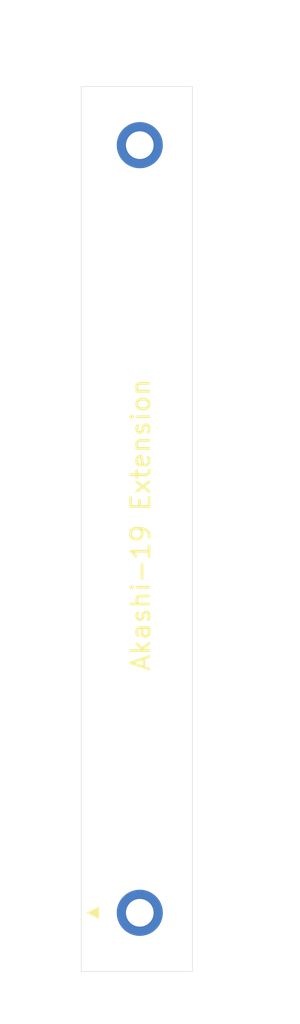
<source format=kicad_pcb>
(kicad_pcb (version 20221018) (generator pcbnew)

  (general
    (thickness 1.6)
  )

  (paper "A4")
  (layers
    (0 "F.Cu" signal)
    (31 "B.Cu" signal)
    (32 "B.Adhes" user "B.Adhesive")
    (33 "F.Adhes" user "F.Adhesive")
    (34 "B.Paste" user)
    (35 "F.Paste" user)
    (36 "B.SilkS" user "B.Silkscreen")
    (37 "F.SilkS" user "F.Silkscreen")
    (38 "B.Mask" user)
    (39 "F.Mask" user)
    (40 "Dwgs.User" user "User.Drawings")
    (41 "Cmts.User" user "User.Comments")
    (42 "Eco1.User" user "User.Eco1")
    (43 "Eco2.User" user "User.Eco2")
    (44 "Edge.Cuts" user)
    (45 "Margin" user)
    (46 "B.CrtYd" user "B.Courtyard")
    (47 "F.CrtYd" user "F.Courtyard")
    (48 "B.Fab" user)
    (49 "F.Fab" user)
    (50 "User.1" user)
    (51 "User.2" user)
    (52 "User.3" user)
    (53 "User.4" user)
    (54 "User.5" user)
    (55 "User.6" user)
    (56 "User.7" user)
    (57 "User.8" user)
    (58 "User.9" user)
  )

  (setup
    (pad_to_mask_clearance 0)
    (pcbplotparams
      (layerselection 0x00010fc_ffffffff)
      (plot_on_all_layers_selection 0x0000000_00000000)
      (disableapertmacros false)
      (usegerberextensions false)
      (usegerberattributes true)
      (usegerberadvancedattributes true)
      (creategerberjobfile true)
      (dashed_line_dash_ratio 12.000000)
      (dashed_line_gap_ratio 3.000000)
      (svgprecision 4)
      (plotframeref false)
      (viasonmask false)
      (mode 1)
      (useauxorigin false)
      (hpglpennumber 1)
      (hpglpenspeed 20)
      (hpglpendiameter 15.000000)
      (dxfpolygonmode true)
      (dxfimperialunits true)
      (dxfusepcbnewfont true)
      (psnegative false)
      (psa4output false)
      (plotreference true)
      (plotvalue true)
      (plotinvisibletext false)
      (sketchpadsonfab false)
      (subtractmaskfromsilk false)
      (outputformat 1)
      (mirror false)
      (drillshape 1)
      (scaleselection 1)
      (outputdirectory "")
    )
  )

  (net 0 "")

  (gr_poly
    (pts
      (xy 114.935 136.525)
      (xy 116.205 135.89)
      (xy 116.205 137.16)
    )

    (stroke (width 0.1) (type solid)) (fill solid) (layer "F.SilkS") (tstamp b9cad1a9-d7b6-491d-9f86-74acaa9f8136))
  (gr_line (start 126.365 46.99) (end 114.3 46.99)
    (stroke (width 0.05) (type default)) (layer "Edge.Cuts") (tstamp 373721ff-0cae-4898-ae81-14c54764aa40))
  (gr_line (start 114.3 46.99) (end 114.3 142.875)
    (stroke (width 0.05) (type default)) (layer "Edge.Cuts") (tstamp a07e612c-d441-4c79-a738-c963a7fa7edf))
  (gr_line (start 126.365 46.99) (end 126.365 142.875)
    (stroke (width 0.05) (type default)) (layer "Edge.Cuts") (tstamp a5428b57-cfb6-48ac-a216-4c8e282e93d5))
  (gr_line (start 126.365 142.875) (end 114.3 142.875)
    (stroke (width 0.05) (type default)) (layer "Edge.Cuts") (tstamp f65ee272-cd63-44e7-ac3c-d896f126a94a))
  (gr_text "Akashi-19 Extension" (at 121.92 110.49 90) (layer "F.SilkS") (tstamp 0d3744ac-8c2c-47a2-a315-5bef9cd60361)
    (effects (font (size 2 2) (thickness 0.3) bold) (justify left bottom))
  )
  (dimension (type aligned) (layer "Cmts.User") (tstamp 3f6ae0d4-a198-4f1c-ad9e-4b4da411e563)
    (pts (xy 126.365 46.99) (xy 126.365 142.875))
    (height -6.985)
    (gr_text "95.8850 mm" (at 131.95 94.9325 90) (layer "Cmts.User") (tstamp 3f6ae0d4-a198-4f1c-ad9e-4b4da411e563)
      (effects (font (size 1.25 1.25) (thickness 0.15)))
    )
    (format (prefix "") (suffix "") (units 3) (units_format 1) (precision 4))
    (style (thickness 0.05) (arrow_length 1.27) (text_position_mode 0) (extension_height 0.58642) (extension_offset 0.5) keep_text_aligned)
  )
  (dimension (type aligned) (layer "Cmts.User") (tstamp 683a10c9-f96f-41a1-aa34-91ac54f23ebc)
    (pts (xy 120.65 53.34) (xy 114.3 53.34))
    (height 8.89)
    (gr_text "6.3500 mm" (at 117.475 43.05) (layer "Cmts.User") (tstamp 683a10c9-f96f-41a1-aa34-91ac54f23ebc)
      (effects (font (size 1.25 1.25) (thickness 0.15)))
    )
    (format (prefix "") (suffix "") (units 3) (units_format 1) (precision 4))
    (style (thickness 0.1) (arrow_length 1.27) (text_position_mode 0) (extension_height 0.58642) (extension_offset 0.5) keep_text_aligned)
  )
  (dimension (type aligned) (layer "Cmts.User") (tstamp b7156678-2a85-4008-b792-49a7b48a71cf)
    (pts (xy 114.3 47.625) (xy 126.365 47.625))
    (height -7.62)
    (gr_text "12.0650 mm" (at 120.3325 38.605) (layer "Cmts.User") (tstamp b7156678-2a85-4008-b792-49a7b48a71cf)
      (effects (font (size 1.25 1.25) (thickness 0.15)))
    )
    (format (prefix "") (suffix "") (units 3) (units_format 1) (precision 4))
    (style (thickness 0.1) (arrow_length 1.27) (text_position_mode 0) (extension_height 0.58642) (extension_offset 0.5) keep_text_aligned)
  )
  (dimension (type aligned) (layer "Cmts.User") (tstamp c63ddd5a-ccd1-4385-b054-feea46ffa77e)
    (pts (xy 120.65 136.525) (xy 120.65 142.875))
    (height 8.255)
    (gr_text "6.3500 mm" (at 110.995 139.7 90) (layer "Cmts.User") (tstamp c63ddd5a-ccd1-4385-b054-feea46ffa77e)
      (effects (font (size 1.25 1.25) (thickness 0.15)))
    )
    (format (prefix "") (suffix "") (units 3) (units_format 1) (precision 4))
    (style (thickness 0.1) (arrow_length 1.27) (text_position_mode 0) (extension_height 0.58642) (extension_offset 0.5) keep_text_aligned)
  )
  (dimension (type aligned) (layer "Cmts.User") (tstamp f2916048-0891-42c1-bec0-0b9e5b4d1122)
    (pts (xy 120.65 136.525) (xy 114.3 136.525))
    (height -11.43)
    (gr_text "6.3500 mm" (at 117.475 146.555) (layer "Cmts.User") (tstamp f2916048-0891-42c1-bec0-0b9e5b4d1122)
      (effects (font (size 1.25 1.25) (thickness 0.15)))
    )
    (format (prefix "") (suffix "") (units 3) (units_format 1) (precision 4))
    (style (thickness 0.1) (arrow_length 1.27) (text_position_mode 0) (extension_height 0.58642) (extension_offset 0.5) keep_text_aligned)
  )

  (via locked (at 120.65 136.525) (size 5) (drill 3) (layers "F.Cu" "B.Cu") (net 0) (tstamp 9abafc31-d8aa-4995-907e-630e8b8ed696))
  (via locked (at 120.65 53.34) (size 5) (drill 3) (layers "F.Cu" "B.Cu") (net 0) (tstamp aca78e2d-5c92-4490-9e73-036c923a1ad7))

)

</source>
